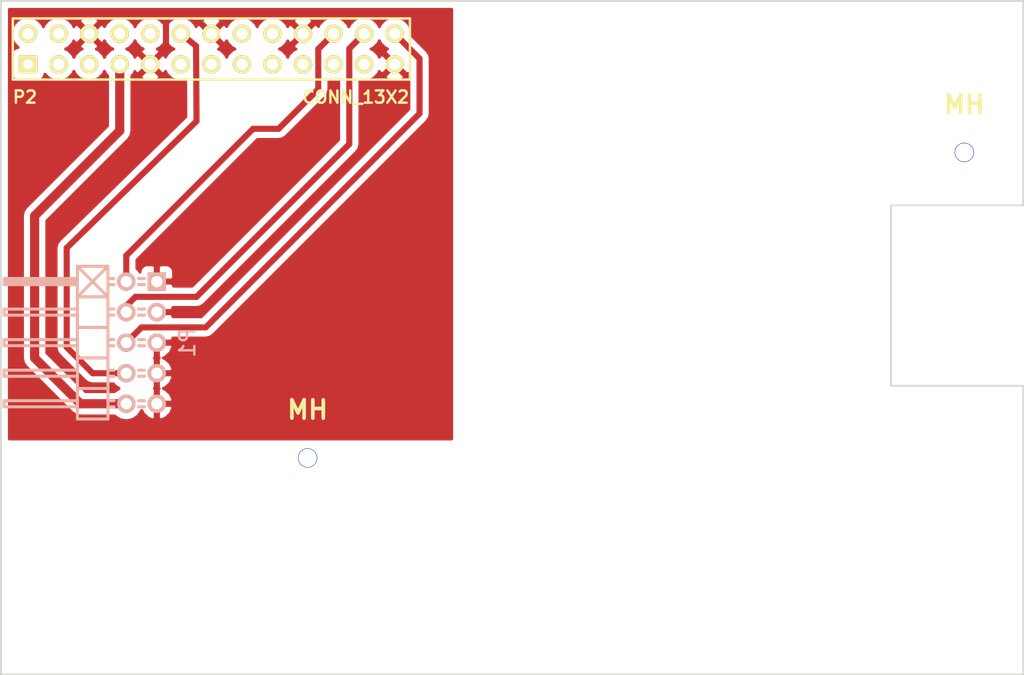
<source format=kicad_pcb>
(kicad_pcb (version 3) (host pcbnew "(2014-04-06 BZR 4789)-product")

  (general
    (links 14)
    (no_connects 2)
    (area 127.606667 112.000001 242.964763 187.88)
    (thickness 1.6)
    (drawings 41)
    (tracks 33)
    (zones 0)
    (modules 4)
    (nets 23)
  )

  (page A3)
  (title_block
    (date "15 nov 2012")
  )

  (layers
    (15 F.Cu signal)
    (0 B.Cu signal)
    (16 B.Adhes user)
    (17 F.Adhes user)
    (18 B.Paste user)
    (19 F.Paste user)
    (20 B.SilkS user)
    (21 F.SilkS user)
    (22 B.Mask user)
    (23 F.Mask user)
    (24 Dwgs.User user hide)
    (25 Cmts.User user)
    (26 Eco1.User user)
    (27 Eco2.User user)
    (28 Edge.Cuts user)
  )

  (setup
    (last_trace_width 0.508)
    (user_trace_width 0.254)
    (user_trace_width 0.508)
    (user_trace_width 0.762)
    (user_trace_width 1.016)
    (user_trace_width 1.27)
    (trace_clearance 0.2)
    (zone_clearance 0.508)
    (zone_45_only no)
    (trace_min 0.1524)
    (segment_width 0.2)
    (edge_width 0.15)
    (via_size 0.9)
    (via_drill 0.6)
    (via_min_size 0.8)
    (via_min_drill 0.5)
    (uvia_size 0.5)
    (uvia_drill 0.1)
    (uvias_allowed no)
    (uvia_min_size 0.49784)
    (uvia_min_drill 0.09906)
    (pcb_text_width 0.3)
    (pcb_text_size 1 1)
    (mod_edge_width 0.15)
    (mod_text_size 1 1)
    (mod_text_width 0.15)
    (pad_size 1.524 1.524)
    (pad_drill 0.9398)
    (pad_to_mask_clearance 0)
    (aux_axis_origin 143.5 181)
    (visible_elements 7FFFFFFF)
    (pcbplotparams
      (layerselection 3178497)
      (usegerberextensions true)
      (excludeedgelayer true)
      (linewidth 0.150000)
      (plotframeref false)
      (viasonmask false)
      (mode 1)
      (useauxorigin false)
      (hpglpennumber 1)
      (hpglpenspeed 20)
      (hpglpendiameter 15)
      (hpglpenoverlay 2)
      (psnegative false)
      (psa4output false)
      (plotreference true)
      (plotvalue true)
      (plotothertext true)
      (plotinvisibletext false)
      (padsonsilk false)
      (subtractmaskfromsilk false)
      (outputformat 1)
      (mirror false)
      (drillshape 1)
      (scaleselection 1)
      (outputdirectory ""))
  )

  (net 0 "")
  (net 1 GND)
  (net 2 /DO-6)
  (net 3 /CK-7)
  (net 4 /CE-8)
  (net 5 /RQ-9)
  (net 6 /ANT)
  (net 7 "Net-(P2-Pad1)")
  (net 8 "Net-(P2-Pad2)")
  (net 9 "Net-(P2-Pad3)")
  (net 10 "Net-(P2-Pad4)")
  (net 11 "Net-(P2-Pad5)")
  (net 12 "Net-(P2-Pad8)")
  (net 13 "Net-(P2-Pad10)")
  (net 14 "Net-(P2-Pad11)")
  (net 15 "Net-(P2-Pad13)")
  (net 16 "Net-(P2-Pad15)")
  (net 17 "Net-(P2-Pad16)")
  (net 18 "Net-(P2-Pad17)")
  (net 19 "Net-(P2-Pad18)")
  (net 20 "Net-(P2-Pad19)")
  (net 21 "Net-(P2-Pad21)")
  (net 22 "Net-(P2-Pad23)")

  (net_class Default "This is the default net class."
    (clearance 0.2)
    (trace_width 0.2)
    (via_dia 0.9)
    (via_drill 0.6)
    (uvia_dia 0.5)
    (uvia_drill 0.1)
    (add_net /ANT)
    (add_net /CE-8)
    (add_net /CK-7)
    (add_net /DO-6)
    (add_net /RQ-9)
    (add_net GND)
    (add_net "Net-(P2-Pad1)")
    (add_net "Net-(P2-Pad10)")
    (add_net "Net-(P2-Pad11)")
    (add_net "Net-(P2-Pad13)")
    (add_net "Net-(P2-Pad15)")
    (add_net "Net-(P2-Pad16)")
    (add_net "Net-(P2-Pad17)")
    (add_net "Net-(P2-Pad18)")
    (add_net "Net-(P2-Pad19)")
    (add_net "Net-(P2-Pad2)")
    (add_net "Net-(P2-Pad21)")
    (add_net "Net-(P2-Pad23)")
    (add_net "Net-(P2-Pad3)")
    (add_net "Net-(P2-Pad4)")
    (add_net "Net-(P2-Pad5)")
    (add_net "Net-(P2-Pad8)")
  )

  (net_class Power ""
    (clearance 0.2)
    (trace_width 0.5)
    (via_dia 1)
    (via_drill 0.7)
    (uvia_dia 0.5)
    (uvia_drill 0.1)
  )

  (module 111kicad-jerry:MountingHole_3mm (layer F.Cu) (tedit 534491C0) (tstamp 5344927C)
    (at 169 163)
    (descr "Mounting hole, Befestigungsbohrung, 3mm, No Annular, Kein Restring,")
    (tags "Mounting hole, Befestigungsbohrung, 3mm, No Annular, Kein Restring,")
    (fp_text reference MH (at 0 -4.0005) (layer F.SilkS)
      (effects (font (thickness 0.3048)))
    )
    (fp_text value MountingHole_3mm_jakefixed (at 1.00076 5.00126) (layer F.SilkS) hide
      (effects (font (thickness 0.3048)))
    )
    (fp_circle (center 0 0) (end 1.5 0) (layer Cmts.User) (width 0.381))
    (pad 1 thru_hole circle (at 0 0) (size 1.6 1.6) (drill 1.5) (layers *.Cu))
  )

  (module 111kicad-jerry:MountingHole_3mm (layer F.Cu) (tedit 534491C0) (tstamp 5344923A)
    (at 223.6 137.6)
    (descr "Mounting hole, Befestigungsbohrung, 3mm, No Annular, Kein Restring,")
    (tags "Mounting hole, Befestigungsbohrung, 3mm, No Annular, Kein Restring,")
    (fp_text reference MH (at 0 -4.0005) (layer F.SilkS)
      (effects (font (thickness 0.3048)))
    )
    (fp_text value MountingHole_3mm_jakefixed (at 1.00076 5.00126) (layer F.SilkS) hide
      (effects (font (thickness 0.3048)))
    )
    (fp_circle (center 0 0) (end 1.5 0) (layer Cmts.User) (width 0.381))
    (pad 1 thru_hole circle (at 0 0) (size 1.6 1.6) (drill 1.5) (layers *.Cu))
  )

  (module 111kicad-jerry:pin_array_13x2 (layer F.Cu) (tedit 5344A1D8) (tstamp 50A55DA3)
    (at 161 129)
    (descr "Double rangee de contacts 2 x 12 pins")
    (tags CONN)
    (path /5344780C)
    (fp_text reference P2 (at -15.5 4) (layer F.SilkS)
      (effects (font (size 1.016 1.016) (thickness 0.2032)))
    )
    (fp_text value CONN_13X2 (at 12 4) (layer F.SilkS)
      (effects (font (size 1.016 1.016) (thickness 0.2032)))
    )
    (fp_line (start -16.51 2.54) (end 16.51 2.54) (layer F.SilkS) (width 0.2032))
    (fp_line (start 16.51 -2.54) (end -16.51 -2.54) (layer F.SilkS) (width 0.2032))
    (fp_line (start -16.51 -2.54) (end -16.51 2.54) (layer F.SilkS) (width 0.2032))
    (fp_line (start 16.51 2.54) (end 16.51 -2.54) (layer F.SilkS) (width 0.2032))
    (pad 1 thru_hole rect (at -15.24 1.27) (size 1.524 1.524) (drill 0.8128) (layers *.Cu *.Mask F.SilkS)
      (net 7 "Net-(P2-Pad1)"))
    (pad 2 thru_hole circle (at -15.24 -1.27) (size 1.524 1.524) (drill 0.9398) (layers *.Cu *.Mask F.SilkS)
      (net 8 "Net-(P2-Pad2)"))
    (pad 3 thru_hole circle (at -12.7 1.27) (size 1.524 1.524) (drill 0.9398) (layers *.Cu *.Mask F.SilkS)
      (net 9 "Net-(P2-Pad3)"))
    (pad 4 thru_hole circle (at -12.7 -1.27) (size 1.524 1.524) (drill 0.9398) (layers *.Cu *.Mask F.SilkS)
      (net 10 "Net-(P2-Pad4)"))
    (pad 5 thru_hole circle (at -10.16 1.27) (size 1.524 1.524) (drill 0.9398) (layers *.Cu *.Mask F.SilkS)
      (net 11 "Net-(P2-Pad5)"))
    (pad 6 thru_hole circle (at -10.16 -1.27) (size 1.524 1.524) (drill 0.9398) (layers *.Cu *.Mask F.SilkS)
      (net 1 GND))
    (pad 7 thru_hole circle (at -7.62 1.27) (size 1.524 1.524) (drill 0.9398) (layers *.Cu *.Mask F.SilkS)
      (net 6 /ANT))
    (pad 8 thru_hole circle (at -7.62 -1.27) (size 1.524 1.524) (drill 0.9398) (layers *.Cu *.Mask F.SilkS)
      (net 12 "Net-(P2-Pad8)"))
    (pad 9 thru_hole circle (at -5.08 1.27) (size 1.524 1.524) (drill 0.9398) (layers *.Cu *.Mask F.SilkS)
      (net 1 GND))
    (pad 10 thru_hole circle (at -5.08 -1.27) (size 1.524 1.524) (drill 0.9398) (layers *.Cu *.Mask F.SilkS)
      (net 13 "Net-(P2-Pad10)"))
    (pad 11 thru_hole circle (at -2.54 1.27) (size 1.524 1.524) (drill 0.9398) (layers *.Cu *.Mask F.SilkS)
      (net 14 "Net-(P2-Pad11)"))
    (pad 12 thru_hole circle (at -2.54 -1.27) (size 1.524 1.524) (drill 0.9398) (layers *.Cu *.Mask F.SilkS)
      (net 5 /RQ-9))
    (pad 13 thru_hole circle (at 0 1.27) (size 1.524 1.524) (drill 0.9398) (layers *.Cu *.Mask F.SilkS)
      (net 15 "Net-(P2-Pad13)"))
    (pad 14 thru_hole circle (at 0 -1.27) (size 1.524 1.524) (drill 0.9398) (layers *.Cu *.Mask F.SilkS)
      (net 1 GND))
    (pad 15 thru_hole circle (at 2.54 1.27) (size 1.524 1.524) (drill 0.9398) (layers *.Cu *.Mask F.SilkS)
      (net 16 "Net-(P2-Pad15)"))
    (pad 16 thru_hole circle (at 2.54 -1.27) (size 1.524 1.524) (drill 0.9398) (layers *.Cu *.Mask F.SilkS)
      (net 17 "Net-(P2-Pad16)"))
    (pad 17 thru_hole circle (at 5.08 1.27) (size 1.524 1.524) (drill 0.9398) (layers *.Cu *.Mask F.SilkS)
      (net 18 "Net-(P2-Pad17)"))
    (pad 18 thru_hole circle (at 5.08 -1.27) (size 1.524 1.524) (drill 0.9398) (layers *.Cu *.Mask F.SilkS)
      (net 19 "Net-(P2-Pad18)"))
    (pad 19 thru_hole circle (at 7.62 1.27) (size 1.524 1.524) (drill 0.9398) (layers *.Cu *.Mask F.SilkS)
      (net 20 "Net-(P2-Pad19)"))
    (pad 20 thru_hole circle (at 7.62 -1.27) (size 1.524 1.524) (drill 0.9398) (layers *.Cu *.Mask F.SilkS)
      (net 1 GND))
    (pad 21 thru_hole circle (at 10.16 1.27) (size 1.524 1.524) (drill 0.9398) (layers *.Cu *.Mask F.SilkS)
      (net 21 "Net-(P2-Pad21)"))
    (pad 22 thru_hole circle (at 10.16 -1.27) (size 1.524 1.524) (drill 0.9398) (layers *.Cu *.Mask F.SilkS)
      (net 2 /DO-6))
    (pad 23 thru_hole circle (at 12.7 1.27) (size 1.524 1.524) (drill 0.9398) (layers *.Cu *.Mask F.SilkS)
      (net 22 "Net-(P2-Pad23)"))
    (pad 24 thru_hole circle (at 12.7 -1.27) (size 1.524 1.524) (drill 0.9398) (layers *.Cu *.Mask F.SilkS)
      (net 3 /CK-7))
    (pad 25 thru_hole circle (at 15.24 1.27) (size 1.524 1.524) (drill 0.9398) (layers *.Cu *.Mask F.SilkS)
      (net 1 GND))
    (pad 26 thru_hole circle (at 15.24 -1.27) (size 1.524 1.524) (drill 0.9398) (layers *.Cu *.Mask F.SilkS)
      (net 4 /CE-8))
    (model pin_array/pins_array_13x2.wrl
      (at (xyz 0 0 0))
      (scale (xyz 1 1 1))
      (rotate (xyz 0 0 0))
    )
  )

  (module 111kicad-jerry:Pin_Header_Angled_2x05 (layer B.Cu) (tedit 5344C989) (tstamp 5344877B)
    (at 155.194 153.416 270)
    (descr "1 pin")
    (tags "CONN DEV")
    (path /534477F8)
    (fp_text reference P1 (at 0 -3.81 270) (layer B.SilkS)
      (effects (font (size 1.27 1.27) (thickness 0.2032)) (justify mirror))
    )
    (fp_text value CONN_5X2 (at 0 0 270) (layer B.SilkS) hide
      (effects (font (size 1.27 1.27) (thickness 0.2032)) (justify mirror))
    )
    (fp_line (start 5.334 0.254) (end 5.334 -0.254) (layer B.SilkS) (width 0.254))
    (fp_line (start 4.826 0.254) (end 4.826 -0.254) (layer B.SilkS) (width 0.254))
    (fp_line (start 2.794 0.254) (end 2.794 -0.254) (layer B.SilkS) (width 0.254))
    (fp_line (start 2.286 0.254) (end 2.286 -0.254) (layer B.SilkS) (width 0.254))
    (fp_line (start -5.334 0.254) (end -5.334 -0.254) (layer B.SilkS) (width 0.254))
    (fp_line (start -4.826 0.254) (end -4.826 -0.254) (layer B.SilkS) (width 0.254))
    (fp_line (start 0.254 0.254) (end 0.254 -0.254) (layer B.SilkS) (width 0.254))
    (fp_line (start -0.254 0.254) (end -0.254 -0.254) (layer B.SilkS) (width 0.254))
    (fp_line (start -2.286 0.254) (end -2.286 -0.254) (layer B.SilkS) (width 0.254))
    (fp_line (start -2.794 0.254) (end -2.794 -0.254) (layer B.SilkS) (width 0.254))
    (fp_line (start 5.334 2.794) (end 5.334 2.286) (layer B.SilkS) (width 0.254))
    (fp_line (start 4.826 2.794) (end 4.826 2.286) (layer B.SilkS) (width 0.254))
    (fp_line (start -5.334 2.794) (end -5.334 2.286) (layer B.SilkS) (width 0.254))
    (fp_line (start -4.826 2.794) (end -4.826 2.286) (layer B.SilkS) (width 0.254))
    (fp_line (start -2.794 2.794) (end -2.794 2.286) (layer B.SilkS) (width 0.254))
    (fp_line (start -2.286 2.794) (end -2.286 2.286) (layer B.SilkS) (width 0.254))
    (fp_line (start 2.794 2.794) (end 2.794 2.286) (layer B.SilkS) (width 0.254))
    (fp_line (start 2.286 2.794) (end 2.286 2.286) (layer B.SilkS) (width 0.254))
    (fp_line (start 0.254 2.794) (end 0.254 2.286) (layer B.SilkS) (width 0.254))
    (fp_line (start -0.254 2.794) (end -0.254 2.286) (layer B.SilkS) (width 0.254))
    (fp_line (start -6.35 2.794) (end -3.81 5.334) (layer B.SilkS) (width 0.254))
    (fp_line (start -6.35 5.334) (end -3.81 2.794) (layer B.SilkS) (width 0.254))
    (fp_line (start -5.207 5.334) (end -5.207 11.303) (layer B.SilkS) (width 0.254))
    (fp_line (start -5.207 11.303) (end -4.953 11.303) (layer B.SilkS) (width 0.254))
    (fp_line (start -4.953 11.303) (end -4.953 5.461) (layer B.SilkS) (width 0.254))
    (fp_line (start -4.953 5.461) (end -5.08 5.461) (layer B.SilkS) (width 0.254))
    (fp_line (start -5.08 5.461) (end -5.08 11.303) (layer B.SilkS) (width 0.254))
    (fp_line (start 3.81 2.794) (end 3.81 5.334) (layer B.SilkS) (width 0.254))
    (fp_line (start 3.81 2.794) (end 6.35 2.794) (layer B.SilkS) (width 0.254))
    (fp_line (start 4.826 5.334) (end 4.826 11.43) (layer B.SilkS) (width 0.254))
    (fp_line (start 4.826 11.43) (end 5.334 11.43) (layer B.SilkS) (width 0.254))
    (fp_line (start 5.334 11.43) (end 5.334 5.334) (layer B.SilkS) (width 0.254))
    (fp_line (start 6.35 5.334) (end 3.81 5.334) (layer B.SilkS) (width 0.254))
    (fp_line (start 6.35 2.794) (end 6.35 5.334) (layer B.SilkS) (width 0.254))
    (fp_line (start -1.27 2.794) (end -1.27 5.334) (layer B.SilkS) (width 0.254))
    (fp_line (start -1.27 2.794) (end 1.27 2.794) (layer B.SilkS) (width 0.254))
    (fp_line (start 1.27 2.794) (end 1.27 5.334) (layer B.SilkS) (width 0.254))
    (fp_line (start -0.254 5.334) (end -0.254 11.43) (layer B.SilkS) (width 0.254))
    (fp_line (start -0.254 11.43) (end 0.254 11.43) (layer B.SilkS) (width 0.254))
    (fp_line (start 0.254 11.43) (end 0.254 5.334) (layer B.SilkS) (width 0.254))
    (fp_line (start 1.27 5.334) (end -1.27 5.334) (layer B.SilkS) (width 0.254))
    (fp_line (start 3.81 5.334) (end 1.27 5.334) (layer B.SilkS) (width 0.254))
    (fp_line (start 2.794 11.43) (end 2.794 5.334) (layer B.SilkS) (width 0.254))
    (fp_line (start 2.286 11.43) (end 2.794 11.43) (layer B.SilkS) (width 0.254))
    (fp_line (start 2.286 5.334) (end 2.286 11.43) (layer B.SilkS) (width 0.254))
    (fp_line (start 3.81 2.794) (end 3.81 5.334) (layer B.SilkS) (width 0.254))
    (fp_line (start 1.27 2.794) (end 3.81 2.794) (layer B.SilkS) (width 0.254))
    (fp_line (start 1.27 2.794) (end 1.27 5.334) (layer B.SilkS) (width 0.254))
    (fp_line (start -3.81 2.794) (end -3.81 5.334) (layer B.SilkS) (width 0.254))
    (fp_line (start -3.81 2.794) (end -1.27 2.794) (layer B.SilkS) (width 0.254))
    (fp_line (start -1.27 2.794) (end -1.27 5.334) (layer B.SilkS) (width 0.254))
    (fp_line (start -2.794 5.334) (end -2.794 11.43) (layer B.SilkS) (width 0.254))
    (fp_line (start -2.794 11.43) (end -2.286 11.43) (layer B.SilkS) (width 0.254))
    (fp_line (start -2.286 11.43) (end -2.286 5.334) (layer B.SilkS) (width 0.254))
    (fp_line (start -1.27 5.334) (end -3.81 5.334) (layer B.SilkS) (width 0.254))
    (fp_line (start -3.81 5.334) (end -6.35 5.334) (layer B.SilkS) (width 0.254))
    (fp_line (start -4.826 11.43) (end -4.826 5.334) (layer B.SilkS) (width 0.254))
    (fp_line (start -5.334 11.43) (end -4.826 11.43) (layer B.SilkS) (width 0.254))
    (fp_line (start -5.334 5.334) (end -5.334 11.43) (layer B.SilkS) (width 0.254))
    (fp_line (start -3.81 2.794) (end -3.81 5.334) (layer B.SilkS) (width 0.254))
    (fp_line (start -6.35 2.794) (end -3.81 2.794) (layer B.SilkS) (width 0.254))
    (fp_line (start -6.35 2.794) (end -6.35 5.334) (layer B.SilkS) (width 0.254))
    (pad 1 thru_hole rect (at -5.08 -1.27 270) (size 1.524 1.524) (drill 0.9398) (layers *.Cu *.Mask B.SilkS)
      (net 1 GND))
    (pad 2 thru_hole oval (at -5.08 1.27 270) (size 1.524 1.524) (drill 0.9398) (layers *.Cu *.Mask B.SilkS)
      (net 2 /DO-6))
    (pad 3 thru_hole oval (at -2.54 -1.27 270) (size 1.524 1.524) (drill 0.9398) (layers *.Cu *.Mask B.SilkS)
      (net 1 GND))
    (pad 4 thru_hole oval (at -2.54 1.27 270) (size 1.524 1.524) (drill 0.9398) (layers *.Cu *.Mask B.SilkS)
      (net 3 /CK-7))
    (pad 5 thru_hole oval (at 0 -1.27 270) (size 1.524 1.524) (drill 0.9398) (layers *.Cu *.Mask B.SilkS)
      (net 1 GND))
    (pad 6 thru_hole oval (at 0 1.27 270) (size 1.524 1.524) (drill 0.9398) (layers *.Cu *.Mask B.SilkS)
      (net 4 /CE-8))
    (pad 7 thru_hole oval (at 2.54 -1.27 270) (size 1.524 1.524) (drill 0.9398) (layers *.Cu *.Mask B.SilkS)
      (net 1 GND))
    (pad 8 thru_hole oval (at 2.54 1.27 270) (size 1.524 1.524) (drill 0.9398) (layers *.Cu *.Mask B.SilkS)
      (net 5 /RQ-9))
    (pad 9 thru_hole oval (at 5.08 -1.27 270) (size 1.524 1.524) (drill 0.9398) (layers *.Cu *.Mask B.SilkS)
      (net 1 GND))
    (pad 10 thru_hole oval (at 5.08 1.27 270) (size 1.524 1.524) (drill 0.9398) (layers *.Cu *.Mask B.SilkS)
      (net 6 /ANT))
    (model Pin_Headers/Pin_Header_Angled_2x05.wrl
      (at (xyz 0 0 0))
      (scale (xyz 1 1 1))
      (rotate (xyz 0 0 0))
    )
  )

  (gr_text "RASPBERRY-PI ADDON BOARD\nVIEW FROM TOP\nNOTE: P1 SHOULD BE FITTED ON THE REVERSE OF THE BOARD" (at 144 183.5) (layer Dwgs.User)
    (effects (font (size 2 1.7) (thickness 0.12)) (justify left))
  )
  (dimension 56 (width 0.12) (layer Dwgs.User)
    (gr_text "56.000 mm" (at 132 153 90) (layer Dwgs.User)
      (effects (font (size 1 1) (thickness 0.12)))
    )
    (feature1 (pts (xy 143.5 125) (xy 131 125)))
    (feature2 (pts (xy 143.5 181) (xy 131 181)))
    (crossbar (pts (xy 133 181) (xy 133 125)))
    (arrow1a (pts (xy 133 125) (xy 133.58642 126.126503)))
    (arrow1b (pts (xy 133 125) (xy 132.41358 126.126503)))
    (arrow2a (pts (xy 133 181) (xy 133.58642 179.873497)))
    (arrow2b (pts (xy 133 181) (xy 132.41358 179.873497)))
  )
  (dimension 85 (width 0.12) (layer Dwgs.User)
    (gr_text "85.000 mm" (at 186 113.000001) (layer Dwgs.User)
      (effects (font (size 1 1) (thickness 0.12)))
    )
    (feature1 (pts (xy 228.5 125) (xy 228.5 112.000001)))
    (feature2 (pts (xy 143.5 125) (xy 143.5 112.000001)))
    (crossbar (pts (xy 143.5 114.000001) (xy 228.5 114.000001)))
    (arrow1a (pts (xy 228.5 114.000001) (xy 227.373497 114.586421)))
    (arrow1b (pts (xy 228.5 114.000001) (xy 227.373497 113.413581)))
    (arrow2a (pts (xy 143.5 114.000001) (xy 144.626503 114.586421)))
    (arrow2b (pts (xy 143.5 114.000001) (xy 144.626503 113.413581)))
  )
  (gr_text "RCA\nREMOVE WITH\nSTD HEADERS\n!NO TH ABOVE!" (at 188.5 118) (layer Dwgs.User)
    (effects (font (size 1 1) (thickness 0.12)))
  )
  (gr_text "1/8\" JACK\nOK WITH STD\nHEADERS\n!NO TH ABOVE!" (at 207.5 118) (layer Dwgs.User)
    (effects (font (size 1 1) (thickness 0.12)))
  )
  (gr_line (start 228.5 142) (end 228.5 125) (angle 90) (layer Edge.Cuts) (width 0.15))
  (gr_line (start 217.5 142) (end 228.5 142) (angle 90) (layer Edge.Cuts) (width 0.15))
  (gr_line (start 217.5 157) (end 217.5 142) (angle 90) (layer Edge.Cuts) (width 0.15))
  (gr_line (start 228.5 157) (end 217.5 157) (angle 90) (layer Edge.Cuts) (width 0.15))
  (gr_line (start 228.5 181) (end 228.5 157) (angle 90) (layer Edge.Cuts) (width 0.15))
  (gr_text "DOUBLE USB\nCUTOUT FOR ALL\nBOARDS" (at 236.5 149) (layer Dwgs.User)
    (effects (font (size 1 1) (thickness 0.12)))
  )
  (gr_text "RJ45\nCUTOUT FOR STD\nHEADERS\n!NO TH ABOVE!" (at 236.5 170) (layer Dwgs.User)
    (effects (font (size 1 1) (thickness 0.12)))
  )
  (gr_line (start 207.5 181) (end 228.5 162) (angle 90) (layer Dwgs.User) (width 0.2))
  (gr_line (start 207.5 162) (end 228.5 181) (angle 90) (layer Dwgs.User) (width 0.2))
  (gr_line (start 207.5 162) (end 228.5 162) (angle 90) (layer Dwgs.User) (width 0.2))
  (gr_line (start 207.5 181) (end 207.5 162) (angle 90) (layer Dwgs.User) (width 0.2))
  (gr_line (start 228.5 181) (end 207.5 181) (angle 90) (layer Dwgs.User) (width 0.2))
  (gr_line (start 228.5 162) (end 228.5 181) (angle 90) (layer Dwgs.User) (width 0.2))
  (gr_line (start 217.5 157) (end 228.5 142) (angle 90) (layer Dwgs.User) (width 0.2))
  (gr_line (start 217.5 142) (end 228.5 157) (angle 90) (layer Dwgs.User) (width 0.2))
  (gr_line (start 217.5 142) (end 228.5 142) (angle 90) (layer Dwgs.User) (width 0.2))
  (gr_line (start 217.5 157) (end 217.5 142) (angle 90) (layer Dwgs.User) (width 0.2))
  (gr_line (start 228.5 157) (end 217.5 157) (angle 90) (layer Dwgs.User) (width 0.2))
  (gr_line (start 228.5 142) (end 228.5 157) (angle 90) (layer Dwgs.User) (width 0.2))
  (gr_line (start 182.5 125) (end 194.5 139) (angle 90) (layer Dwgs.User) (width 0.2))
  (gr_line (start 182.5 139) (end 194.5 125) (angle 90) (layer Dwgs.User) (width 0.2))
  (gr_line (start 194.5 139) (end 194.5 138) (angle 90) (layer Dwgs.User) (width 0.2))
  (gr_line (start 182.5 139) (end 194.5 139) (angle 90) (layer Dwgs.User) (width 0.2))
  (gr_line (start 182.5 138) (end 182.5 139) (angle 90) (layer Dwgs.User) (width 0.2))
  (gr_line (start 214.5 125) (end 200.5 138) (angle 90) (layer Dwgs.User) (width 0.2))
  (gr_line (start 200.5 125) (end 214.5 138) (angle 90) (layer Dwgs.User) (width 0.2))
  (gr_line (start 200.5 138) (end 200.5 125) (angle 90) (layer Dwgs.User) (width 0.2))
  (gr_line (start 214.5 138) (end 200.5 138) (angle 90) (layer Dwgs.User) (width 0.2))
  (gr_line (start 214.5 125) (end 214.5 138) (angle 90) (layer Dwgs.User) (width 0.2))
  (gr_line (start 200.5 125) (end 214.5 125) (angle 90) (layer Dwgs.User) (width 0.2))
  (gr_line (start 194.5 125) (end 182.5 125) (angle 90) (layer Dwgs.User) (width 0.2))
  (gr_line (start 194.5 138) (end 194.5 125) (angle 90) (layer Dwgs.User) (width 0.2))
  (gr_line (start 182.5 125) (end 182.5 138) (angle 90) (layer Dwgs.User) (width 0.2))
  (gr_line (start 228.5 125) (end 143.5 125) (angle 90) (layer Edge.Cuts) (width 0.15))
  (gr_line (start 143.5 181) (end 228.5 181) (angle 90) (layer Edge.Cuts) (width 0.15))
  (gr_line (start 143.5 125) (end 143.5 181) (angle 90) (layer Edge.Cuts) (width 0.15))

  (segment (start 155.92 130.27) (end 157.226 128.964) (width 0.508) (layer F.Cu) (net 1) (status 400000))
  (segment (start 159.381 126.111) (end 161 127.73) (width 0.508) (layer F.Cu) (net 1) (tstamp 5344CE75) (status 800000))
  (segment (start 157.607 126.111) (end 159.381 126.111) (width 0.508) (layer F.Cu) (net 1) (tstamp 5344CE71))
  (segment (start 157.226 126.492) (end 157.607 126.111) (width 0.508) (layer F.Cu) (net 1) (tstamp 5344CE6F))
  (segment (start 157.226 128.964) (end 157.226 126.492) (width 0.508) (layer F.Cu) (net 1) (tstamp 5344CE5C))
  (segment (start 153.924 148.336) (end 153.924 146.177) (width 0.508) (layer F.Cu) (net 2) (status 400000))
  (segment (start 169.8879 129.0021) (end 171.16 127.73) (width 0.508) (layer F.Cu) (net 2) (tstamp 5344C79C))
  (segment (start 169.8879 132.33654) (end 169.8879 129.0021) (width 0.508) (layer F.Cu) (net 2) (tstamp 5344C798))
  (segment (start 166.58844 135.636) (end 169.8879 132.33654) (width 0.508) (layer F.Cu) (net 2) (tstamp 5344C78F))
  (segment (start 164.465 135.636) (end 166.58844 135.636) (width 0.508) (layer F.Cu) (net 2) (tstamp 5344C78B))
  (segment (start 153.924 146.177) (end 164.465 135.636) (width 0.508) (layer F.Cu) (net 2) (tstamp 5344C787))
  (segment (start 172.466 128.964) (end 173.7 127.73) (width 0.508) (layer F.Cu) (net 3) (tstamp 5344CAA0))
  (segment (start 172.466 136.906) (end 172.466 128.964) (width 0.508) (layer F.Cu) (net 3) (tstamp 5344CA9E))
  (segment (start 159.766 149.606) (end 172.466 136.906) (width 0.508) (layer F.Cu) (net 3) (tstamp 5344CA9C))
  (segment (start 154.686 149.606) (end 159.766 149.606) (width 0.508) (layer F.Cu) (net 3) (tstamp 5344CA9B))
  (segment (start 153.924 150.368) (end 154.686 149.606) (width 0.508) (layer F.Cu) (net 3) (tstamp 5344CA9A))
  (segment (start 153.924 150.876) (end 153.924 150.368) (width 0.508) (layer F.Cu) (net 3))
  (segment (start 155.194 152.146) (end 160.528 152.146) (width 0.508) (layer F.Cu) (net 4) (tstamp 5344CA90))
  (segment (start 160.528 152.146) (end 178.308 134.366) (width 0.508) (layer F.Cu) (net 4) (tstamp 5344CA91))
  (segment (start 178.308 134.366) (end 178.308 129.798) (width 0.508) (layer F.Cu) (net 4) (tstamp 5344CA93))
  (segment (start 178.308 129.798) (end 176.24 127.73) (width 0.508) (layer F.Cu) (net 4) (tstamp 5344CA95) (status 800000))
  (segment (start 153.924 153.416) (end 155.194 152.146) (width 0.508) (layer F.Cu) (net 4))
  (segment (start 158.46 127.73) (end 159.72536 128.75064) (width 0.508) (layer F.Cu) (net 5) (status 400000))
  (segment (start 151.13 155.956) (end 153.924 155.956) (width 0.508) (layer F.Cu) (net 5) (tstamp 5344C781))
  (segment (start 148.971 153.797) (end 151.13 155.956) (width 0.508) (layer F.Cu) (net 5) (tstamp 5344C77D))
  (segment (start 148.971 145.542) (end 148.971 153.797) (width 0.508) (layer F.Cu) (net 5) (tstamp 5344C777))
  (segment (start 159.766 135.001) (end 148.971 145.542) (width 0.508) (layer F.Cu) (net 5) (tstamp 5344C76F))
  (segment (start 159.72536 128.75064) (end 159.766 135.001) (width 0.508) (layer F.Cu) (net 5) (tstamp 5344C768))
  (segment (start 153.38 130.27) (end 153.38 135.799) (width 0.762) (layer F.Cu) (net 6))
  (segment (start 150.114 158.496) (end 153.924 158.496) (width 0.762) (layer F.Cu) (net 6) (tstamp 5344A69A))
  (segment (start 146.304 154.686) (end 150.114 158.496) (width 0.762) (layer F.Cu) (net 6) (tstamp 5344A698))
  (segment (start 146.304 142.875) (end 146.304 154.686) (width 0.762) (layer F.Cu) (net 6) (tstamp 5344A696))
  (segment (start 153.38 135.799) (end 146.304 142.875) (width 0.762) (layer F.Cu) (net 6) (tstamp 5344A693))

  (zone (net 1) (net_name GND) (layer F.Cu) (tstamp 5344CD2E) (hatch edge 0.508)
    (connect_pads (clearance 0.508))
    (min_thickness 0.254)
    (fill (arc_segments 16) (thermal_gap 0.508) (thermal_bridge_width 0.508))
    (polygon
      (pts
        (xy 143.51 124.968) (xy 181.102 124.968) (xy 181.102 161.544) (xy 143.51 161.544) (xy 143.51 161.29)
      )
    )
    (filled_polygon
      (pts
        (xy 158.874562 134.628929) (xy 156.720608 136.732202) (xy 156.720608 131.250213) (xy 155.92 130.449605) (xy 155.119392 131.250213)
        (xy 155.188857 131.492397) (xy 155.712302 131.679144) (xy 156.267368 131.651362) (xy 156.651143 131.492397) (xy 156.720608 131.250213)
        (xy 156.720608 136.732202) (xy 148.34991 144.905944) (xy 148.346864 144.910387) (xy 148.342382 144.913382) (xy 148.248882 145.053313)
        (xy 148.153779 145.192042) (xy 148.152665 145.197312) (xy 148.149671 145.201794) (xy 148.116846 145.366812) (xy 148.082063 145.531417)
        (xy 148.083051 145.536714) (xy 148.082 145.542) (xy 148.082 153.797) (xy 148.149671 154.137206) (xy 148.342382 154.425618)
        (xy 150.501382 156.584618) (xy 150.789794 156.777329) (xy 150.789795 156.777329) (xy 151.13 156.845) (xy 152.851849 156.845)
        (xy 152.936172 156.971197) (xy 153.31751 157.226) (xy 152.937373 157.48) (xy 150.53484 157.48) (xy 147.32 154.265159)
        (xy 147.32 143.29584) (xy 154.09842 136.517421) (xy 154.09842 136.51742) (xy 154.318662 136.187807) (xy 154.318662 136.187806)
        (xy 154.331492 136.123299) (xy 154.395999 135.799) (xy 154.396 135.799) (xy 154.396 131.229706) (xy 154.563629 131.06237)
        (xy 154.643394 130.870272) (xy 154.697603 131.001143) (xy 154.939787 131.070608) (xy 155.740395 130.27) (xy 154.939787 129.469392)
        (xy 154.697603 129.538857) (xy 154.647491 129.679317) (xy 154.56501 129.479697) (xy 154.17237 129.086371) (xy 153.964487 129.00005)
        (xy 154.170303 128.91501) (xy 154.563629 128.52237) (xy 154.649949 128.314487) (xy 154.73499 128.520303) (xy 155.12763 128.913629)
        (xy 155.319727 128.993394) (xy 155.188857 129.047603) (xy 155.119392 129.289787) (xy 155.92 130.090395) (xy 156.720608 129.289787)
        (xy 156.651143 129.047603) (xy 156.510682 128.997491) (xy 156.710303 128.91501) (xy 157.103629 128.52237) (xy 157.189949 128.314487)
        (xy 157.27499 128.520303) (xy 157.66763 128.913629) (xy 157.875512 128.999949) (xy 157.669697 129.08499) (xy 157.276371 129.47763)
        (xy 157.196605 129.669727) (xy 157.142397 129.538857) (xy 156.900213 129.469392) (xy 156.099605 130.27) (xy 156.900213 131.070608)
        (xy 157.142397 131.001143) (xy 157.192508 130.860682) (xy 157.27499 131.060303) (xy 157.66763 131.453629) (xy 158.1809 131.666757)
        (xy 158.736661 131.667242) (xy 158.854987 131.61835) (xy 158.874562 134.628929)
      )
    )
    (filled_polygon
      (pts
        (xy 171.577 136.537764) (xy 159.397764 148.717) (xy 157.861 148.717) (xy 157.861 148.62175) (xy 157.861 148.05025)
        (xy 157.861 147.447691) (xy 157.764327 147.214302) (xy 157.585699 147.035673) (xy 157.35231 146.939) (xy 157.099691 146.939)
        (xy 156.74975 146.939) (xy 156.591 147.09775) (xy 156.591 148.209) (xy 157.70225 148.209) (xy 157.861 148.05025)
        (xy 157.861 148.62175) (xy 157.70225 148.463) (xy 156.591 148.463) (xy 156.591 148.483) (xy 156.337 148.483)
        (xy 156.337 148.463) (xy 156.317 148.463) (xy 156.317 148.209) (xy 156.337 148.209) (xy 156.337 147.09775)
        (xy 156.17825 146.939) (xy 155.828309 146.939) (xy 155.57569 146.939) (xy 155.342301 147.035673) (xy 155.163673 147.214302)
        (xy 155.067 147.447691) (xy 155.067 147.553033) (xy 154.911828 147.320803) (xy 154.813 147.254768) (xy 154.813 146.545236)
        (xy 164.833236 136.525) (xy 166.58844 136.525) (xy 166.928645 136.457329) (xy 166.928646 136.457329) (xy 167.217058 136.264618)
        (xy 170.516518 132.965158) (xy 170.709229 132.676746) (xy 170.709229 132.676745) (xy 170.7769 132.33654) (xy 170.7769 131.623572)
        (xy 170.8809 131.666757) (xy 171.436661 131.667242) (xy 171.577 131.609255) (xy 171.577 136.537764)
      )
    )
    (filled_polygon
      (pts
        (xy 177.419 133.997764) (xy 177.040608 134.376156) (xy 177.040608 131.250213) (xy 176.24 130.449605) (xy 175.439392 131.250213)
        (xy 175.508857 131.492397) (xy 176.032302 131.679144) (xy 176.587368 131.651362) (xy 176.971143 131.492397) (xy 177.040608 131.250213)
        (xy 177.040608 134.376156) (xy 160.159764 151.257) (xy 157.800167 151.257) (xy 157.818231 151.219072) (xy 157.696476 151.003)
        (xy 156.591 151.003) (xy 156.591 151.023) (xy 156.337 151.023) (xy 156.337 151.003) (xy 156.317 151.003)
        (xy 156.317 150.749) (xy 156.337 150.749) (xy 156.337 150.729) (xy 156.591 150.729) (xy 156.591 150.749)
        (xy 157.696476 150.749) (xy 157.818231 150.532928) (xy 157.800167 150.495) (xy 159.766 150.495) (xy 160.106205 150.427329)
        (xy 160.106206 150.427329) (xy 160.394618 150.234618) (xy 173.094618 137.534618) (xy 173.287329 137.246206) (xy 173.355 136.906)
        (xy 173.355 131.639392) (xy 173.4209 131.666757) (xy 173.976661 131.667242) (xy 174.490303 131.45501) (xy 174.883629 131.06237)
        (xy 174.963394 130.870272) (xy 175.017603 131.001143) (xy 175.259787 131.070608) (xy 176.060395 130.27) (xy 175.259787 129.469392)
        (xy 175.017603 129.538857) (xy 174.967491 129.679317) (xy 174.88501 129.479697) (xy 174.49237 129.086371) (xy 174.284487 129.00005)
        (xy 174.490303 128.91501) (xy 174.883629 128.52237) (xy 174.969949 128.314487) (xy 175.05499 128.520303) (xy 175.44763 128.913629)
        (xy 175.639727 128.993394) (xy 175.508857 129.047603) (xy 175.439392 129.289787) (xy 176.24 130.090395) (xy 176.254142 130.076252)
        (xy 176.433747 130.255857) (xy 176.419605 130.27) (xy 177.220213 131.070608) (xy 177.419 131.01359) (xy 177.419 133.997764)
      )
    )
    (filled_polygon
      (pts
        (xy 180.975 161.417) (xy 179.197 161.417) (xy 179.197 134.366) (xy 179.197 129.798) (xy 179.12933 129.457795)
        (xy 179.129329 129.457794) (xy 178.936618 129.169382) (xy 177.636878 127.869642) (xy 177.637242 127.453339) (xy 177.42501 126.939697)
        (xy 177.03237 126.546371) (xy 176.5191 126.333243) (xy 175.963339 126.332758) (xy 175.449697 126.54499) (xy 175.056371 126.93763)
        (xy 174.97005 127.145512) (xy 174.88501 126.939697) (xy 174.49237 126.546371) (xy 173.9791 126.333243) (xy 173.423339 126.332758)
        (xy 172.909697 126.54499) (xy 172.516371 126.93763) (xy 172.43005 127.145512) (xy 172.34501 126.939697) (xy 171.95237 126.546371)
        (xy 171.4391 126.333243) (xy 170.883339 126.332758) (xy 170.369697 126.54499) (xy 169.976371 126.93763) (xy 169.896605 127.129727)
        (xy 169.842397 126.998857) (xy 169.600213 126.929392) (xy 169.420608 127.108997) (xy 169.420608 126.749787) (xy 169.351143 126.507603)
        (xy 168.827698 126.320856) (xy 168.272632 126.348638) (xy 167.888857 126.507603) (xy 167.819392 126.749787) (xy 168.62 127.550395)
        (xy 169.420608 126.749787) (xy 169.420608 127.108997) (xy 168.799605 127.73) (xy 168.813747 127.744142) (xy 168.634142 127.923747)
        (xy 168.62 127.909605) (xy 167.819392 128.710213) (xy 167.888857 128.952397) (xy 168.029317 129.002508) (xy 167.829697 129.08499)
        (xy 167.436371 129.47763) (xy 167.35005 129.685512) (xy 167.26501 129.479697) (xy 166.87237 129.086371) (xy 166.664487 129.00005)
        (xy 166.870303 128.91501) (xy 167.263629 128.52237) (xy 167.343394 128.330272) (xy 167.397603 128.461143) (xy 167.639787 128.530608)
        (xy 168.440395 127.73) (xy 167.639787 126.929392) (xy 167.397603 126.998857) (xy 167.347491 127.139317) (xy 167.26501 126.939697)
        (xy 166.87237 126.546371) (xy 166.3591 126.333243) (xy 165.803339 126.332758) (xy 165.289697 126.54499) (xy 164.896371 126.93763)
        (xy 164.81005 127.145512) (xy 164.72501 126.939697) (xy 164.33237 126.546371) (xy 163.8191 126.333243) (xy 163.263339 126.332758)
        (xy 162.749697 126.54499) (xy 162.356371 126.93763) (xy 162.276605 127.129727) (xy 162.222397 126.998857) (xy 161.980213 126.929392)
        (xy 161.800608 127.108997) (xy 161.800608 126.749787) (xy 161.731143 126.507603) (xy 161.207698 126.320856) (xy 160.652632 126.348638)
        (xy 160.268857 126.507603) (xy 160.199392 126.749787) (xy 161 127.550395) (xy 161.800608 126.749787) (xy 161.800608 127.108997)
        (xy 161.179605 127.73) (xy 161.980213 128.530608) (xy 162.222397 128.461143) (xy 162.272508 128.320682) (xy 162.35499 128.520303)
        (xy 162.74763 128.913629) (xy 162.955512 128.999949) (xy 162.749697 129.08499) (xy 162.356371 129.47763) (xy 162.27005 129.685512)
        (xy 162.18501 129.479697) (xy 161.79237 129.086371) (xy 161.600272 129.006605) (xy 161.731143 128.952397) (xy 161.800608 128.710213)
        (xy 161 127.909605) (xy 160.985857 127.923747) (xy 160.806252 127.744142) (xy 160.820395 127.73) (xy 160.019787 126.929392)
        (xy 159.777603 126.998857) (xy 159.727491 127.139317) (xy 159.64501 126.939697) (xy 159.25237 126.546371) (xy 158.7391 126.333243)
        (xy 158.183339 126.332758) (xy 157.669697 126.54499) (xy 157.276371 126.93763) (xy 157.19005 127.145512) (xy 157.10501 126.939697)
        (xy 156.71237 126.546371) (xy 156.1991 126.333243) (xy 155.643339 126.332758) (xy 155.129697 126.54499) (xy 154.736371 126.93763)
        (xy 154.65005 127.145512) (xy 154.56501 126.939697) (xy 154.17237 126.546371) (xy 153.6591 126.333243) (xy 153.103339 126.332758)
        (xy 152.589697 126.54499) (xy 152.196371 126.93763) (xy 152.116605 127.129727) (xy 152.062397 126.998857) (xy 151.820213 126.929392)
        (xy 151.640608 127.108997) (xy 151.640608 126.749787) (xy 151.571143 126.507603) (xy 151.047698 126.320856) (xy 150.492632 126.348638)
        (xy 150.108857 126.507603) (xy 150.039392 126.749787) (xy 150.84 127.550395) (xy 151.640608 126.749787) (xy 151.640608 127.108997)
        (xy 151.019605 127.73) (xy 151.820213 128.530608) (xy 152.062397 128.461143) (xy 152.112508 128.320682) (xy 152.19499 128.520303)
        (xy 152.58763 128.913629) (xy 152.795512 128.999949) (xy 152.589697 129.08499) (xy 152.196371 129.47763) (xy 152.11005 129.685512)
        (xy 152.02501 129.479697) (xy 151.63237 129.086371) (xy 151.440272 129.006605) (xy 151.571143 128.952397) (xy 151.640608 128.710213)
        (xy 150.84 127.909605) (xy 150.039392 128.710213) (xy 150.108857 128.952397) (xy 150.249317 129.002508) (xy 150.049697 129.08499)
        (xy 149.656371 129.47763) (xy 149.57005 129.685512) (xy 149.48501 129.479697) (xy 149.09237 129.086371) (xy 148.884487 129.00005)
        (xy 149.090303 128.91501) (xy 149.483629 128.52237) (xy 149.563394 128.330272) (xy 149.617603 128.461143) (xy 149.859787 128.530608)
        (xy 150.660395 127.73) (xy 149.859787 126.929392) (xy 149.617603 126.998857) (xy 149.567491 127.139317) (xy 149.48501 126.939697)
        (xy 149.09237 126.546371) (xy 148.5791 126.333243) (xy 148.023339 126.332758) (xy 147.509697 126.54499) (xy 147.116371 126.93763)
        (xy 147.03005 127.145512) (xy 146.94501 126.939697) (xy 146.55237 126.546371) (xy 146.0391 126.333243) (xy 145.483339 126.332758)
        (xy 144.969697 126.54499) (xy 144.576371 126.93763) (xy 144.363243 127.4509) (xy 144.362758 128.006661) (xy 144.57499 128.520303)
        (xy 144.927071 128.873) (xy 144.871691 128.873) (xy 144.638302 128.969673) (xy 144.459673 129.148301) (xy 144.363 129.38169)
        (xy 144.363 129.634309) (xy 144.363 131.158309) (xy 144.459673 131.391698) (xy 144.638301 131.570327) (xy 144.87169 131.667)
        (xy 145.124309 131.667) (xy 146.648309 131.667) (xy 146.881698 131.570327) (xy 147.060327 131.391699) (xy 147.157 131.15831)
        (xy 147.157 131.102386) (xy 147.50763 131.453629) (xy 148.0209 131.666757) (xy 148.576661 131.667242) (xy 149.090303 131.45501)
        (xy 149.483629 131.06237) (xy 149.569949 130.854487) (xy 149.65499 131.060303) (xy 150.04763 131.453629) (xy 150.5609 131.666757)
        (xy 151.116661 131.667242) (xy 151.630303 131.45501) (xy 152.023629 131.06237) (xy 152.109949 130.854487) (xy 152.19499 131.060303)
        (xy 152.364 131.229608) (xy 152.364 135.378159) (xy 145.58558 142.15658) (xy 145.365338 142.486193) (xy 145.352507 142.5507)
        (xy 145.288 142.875) (xy 145.288 154.686) (xy 145.352507 155.010299) (xy 145.365338 155.074807) (xy 145.58558 155.40442)
        (xy 149.39558 159.214421) (xy 149.725193 159.434662) (xy 149.725194 159.434662) (xy 150.114 159.512) (xy 152.937373 159.512)
        (xy 153.389391 159.814029) (xy 153.924 159.920369) (xy 154.458609 159.814029) (xy 154.911828 159.511197) (xy 155.214287 159.058535)
        (xy 155.344142 159.331199) (xy 155.749003 159.696174) (xy 156.12093 159.85022) (xy 156.337 159.72772) (xy 156.337 158.623)
        (xy 156.317 158.623) (xy 156.317 158.369) (xy 156.337 158.369) (xy 156.337 157.26428) (xy 156.26948 157.226)
        (xy 156.337 157.18772) (xy 156.337 156.083) (xy 156.317 156.083) (xy 156.317 155.829) (xy 156.337 155.829)
        (xy 156.337 154.72428) (xy 156.26948 154.686) (xy 156.337 154.64772) (xy 156.337 153.543) (xy 156.317 153.543)
        (xy 156.317 153.289) (xy 156.337 153.289) (xy 156.337 153.269) (xy 156.591 153.269) (xy 156.591 153.289)
        (xy 157.696476 153.289) (xy 157.818231 153.072928) (xy 157.800167 153.035) (xy 160.528 153.035) (xy 160.868205 152.967329)
        (xy 160.868206 152.967329) (xy 161.156618 152.774618) (xy 178.936618 134.994618) (xy 179.129329 134.706206) (xy 179.129329 134.706205)
        (xy 179.197 134.366) (xy 179.197 161.417) (xy 157.818231 161.417) (xy 157.818231 158.839072) (xy 157.818231 158.152928)
        (xy 157.583858 157.660801) (xy 157.178997 157.295826) (xy 157.010409 157.226) (xy 157.178997 157.156174) (xy 157.583858 156.791199)
        (xy 157.818231 156.299072) (xy 157.818231 155.612928) (xy 157.583858 155.120801) (xy 157.178997 154.755826) (xy 157.010409 154.686)
        (xy 157.178997 154.616174) (xy 157.583858 154.251199) (xy 157.818231 153.759072) (xy 157.696476 153.543) (xy 156.591 153.543)
        (xy 156.591 154.64772) (xy 156.658519 154.686) (xy 156.591 154.72428) (xy 156.591 155.829) (xy 157.696476 155.829)
        (xy 157.818231 155.612928) (xy 157.818231 156.299072) (xy 157.696476 156.083) (xy 156.591 156.083) (xy 156.591 157.18772)
        (xy 156.658519 157.226) (xy 156.591 157.26428) (xy 156.591 158.369) (xy 157.696476 158.369) (xy 157.818231 158.152928)
        (xy 157.818231 158.839072) (xy 157.696476 158.623) (xy 156.591 158.623) (xy 156.591 159.72772) (xy 156.80707 159.85022)
        (xy 157.178997 159.696174) (xy 157.583858 159.331199) (xy 157.818231 158.839072) (xy 157.818231 161.417) (xy 144.21 161.417)
        (xy 144.21 125.71) (xy 180.975 125.71) (xy 180.975 161.417)
      )
    )
  )
)

</source>
